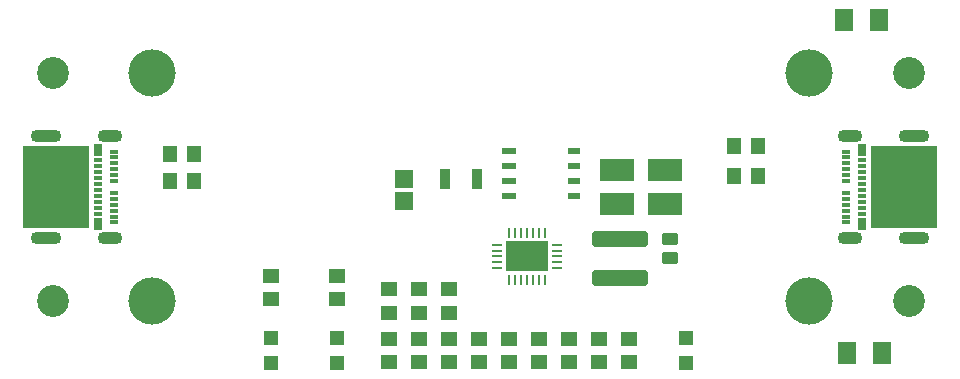
<source format=gbr>
%TF.GenerationSoftware,Altium Limited,CircuitMaker,2.0.2 (2.0.2.40)*%
G04 Layer_Color=25308*
%FSLAX25Y25*%
%MOIN*%
%TF.SameCoordinates,4CCF3E00-E941-4990-BDAE-273065C54DFB*%
%TF.FilePolarity,Positive*%
%TF.FileFunction,Pads,Top*%
%TF.Part,Single*%
G01*
G75*
%TA.AperFunction,SMDPad,CuDef*%
%ADD10R,0.06102X0.05905*%
%ADD11O,0.00984X0.03347*%
%ADD12O,0.03347X0.00984*%
%ADD13R,0.14370X0.10433*%
%ADD14R,0.05709X0.04724*%
G04:AMPARAMS|DCode=15|XSize=51.18mil|YSize=185.04mil|CornerRadius=5.12mil|HoleSize=0mil|Usage=FLASHONLY|Rotation=90.000|XOffset=0mil|YOffset=0mil|HoleType=Round|Shape=RoundedRectangle|*
%AMROUNDEDRECTD15*
21,1,0.05118,0.17480,0,0,90.0*
21,1,0.04095,0.18504,0,0,90.0*
1,1,0.01024,0.08740,0.02047*
1,1,0.01024,0.08740,-0.02047*
1,1,0.01024,-0.08740,-0.02047*
1,1,0.01024,-0.08740,0.02047*
%
%ADD15ROUNDEDRECTD15*%
%ADD16R,0.11811X0.07283*%
%ADD17R,0.04724X0.04724*%
%ADD18R,0.03740X0.06693*%
%ADD19R,0.04000X0.02400*%
%ADD20R,0.05000X0.02400*%
G04:AMPARAMS|DCode=21|XSize=55.12mil|YSize=39.37mil|CornerRadius=3.94mil|HoleSize=0mil|Usage=FLASHONLY|Rotation=180.000|XOffset=0mil|YOffset=0mil|HoleType=Round|Shape=RoundedRectangle|*
%AMROUNDEDRECTD21*
21,1,0.05512,0.03150,0,0,180.0*
21,1,0.04724,0.03937,0,0,180.0*
1,1,0.00787,-0.02362,0.01575*
1,1,0.00787,0.02362,0.01575*
1,1,0.00787,0.02362,-0.01575*
1,1,0.00787,-0.02362,-0.01575*
%
%ADD21ROUNDEDRECTD21*%
%ADD22R,0.05905X0.07480*%
%TA.AperFunction,ConnectorPad*%
%ADD23R,0.22244X0.27559*%
%ADD24R,0.02992X0.01181*%
%ADD25R,0.02756X0.01181*%
%ADD26R,0.02756X0.03937*%
%TA.AperFunction,SMDPad,CuDef*%
%ADD27R,0.04724X0.05709*%
%TA.AperFunction,ComponentPad*%
%ADD42C,0.15748*%
%ADD43C,0.10630*%
%ADD44O,0.10236X0.04331*%
%ADD45O,0.08268X0.04331*%
D10*
X227500Y181543D02*
D03*
Y174457D02*
D03*
D11*
X274406Y163807D02*
D03*
X272437D02*
D03*
X270468D02*
D03*
X268500D02*
D03*
X266531D02*
D03*
X264563D02*
D03*
X262595D02*
D03*
Y147862D02*
D03*
X264563D02*
D03*
X266531D02*
D03*
X268500D02*
D03*
X270468D02*
D03*
X272437D02*
D03*
X274406D02*
D03*
D12*
X258559Y159772D02*
D03*
Y157803D02*
D03*
Y155835D02*
D03*
Y153866D02*
D03*
Y151898D02*
D03*
X278441D02*
D03*
Y153866D02*
D03*
Y155835D02*
D03*
Y157803D02*
D03*
Y159772D02*
D03*
D13*
X268500Y155835D02*
D03*
D14*
X222500Y128437D02*
D03*
Y120563D02*
D03*
X232500Y128437D02*
D03*
Y120563D02*
D03*
X242500Y128437D02*
D03*
Y120563D02*
D03*
Y144937D02*
D03*
Y137063D02*
D03*
X232500Y144937D02*
D03*
Y137063D02*
D03*
X222500Y144937D02*
D03*
Y137063D02*
D03*
X205000Y149437D02*
D03*
Y141563D02*
D03*
X183000Y149437D02*
D03*
Y141563D02*
D03*
X302500Y128437D02*
D03*
Y120563D02*
D03*
X252500D02*
D03*
Y128437D02*
D03*
X262500Y120563D02*
D03*
Y128437D02*
D03*
X282500D02*
D03*
Y120563D02*
D03*
X272500D02*
D03*
Y128437D02*
D03*
X292500Y120563D02*
D03*
Y128437D02*
D03*
D15*
X299500Y148504D02*
D03*
Y161496D02*
D03*
D16*
X298500Y184610D02*
D03*
Y173390D02*
D03*
X314500Y184610D02*
D03*
Y173390D02*
D03*
D17*
X205000Y120366D02*
D03*
Y128634D02*
D03*
X183000Y120366D02*
D03*
Y128634D02*
D03*
X321500Y120366D02*
D03*
Y128634D02*
D03*
D18*
X241087Y181500D02*
D03*
X251913D02*
D03*
D19*
X284000Y191000D02*
D03*
Y186000D02*
D03*
Y181000D02*
D03*
Y176000D02*
D03*
D20*
X262500D02*
D03*
Y181000D02*
D03*
Y186000D02*
D03*
Y191000D02*
D03*
D21*
X316000Y155350D02*
D03*
Y161650D02*
D03*
D22*
X375095Y123500D02*
D03*
X386906D02*
D03*
X374095Y234500D02*
D03*
X385906D02*
D03*
D23*
X393992Y179000D02*
D03*
X111508Y179000D02*
D03*
D24*
X374701Y167189D02*
D03*
Y169158D02*
D03*
Y171126D02*
D03*
Y173094D02*
D03*
Y175063D02*
D03*
Y177032D02*
D03*
Y180968D02*
D03*
Y182937D02*
D03*
Y184906D02*
D03*
Y186874D02*
D03*
Y188842D02*
D03*
Y190811D02*
D03*
X130799Y190811D02*
D03*
Y188842D02*
D03*
Y186874D02*
D03*
Y184906D02*
D03*
Y182937D02*
D03*
Y180968D02*
D03*
Y177032D02*
D03*
Y175063D02*
D03*
Y173094D02*
D03*
Y171126D02*
D03*
Y169158D02*
D03*
Y167189D02*
D03*
D25*
X380213Y178016D02*
D03*
Y179984D02*
D03*
Y181953D02*
D03*
Y183921D02*
D03*
Y176047D02*
D03*
Y174079D02*
D03*
Y170142D02*
D03*
Y172110D02*
D03*
Y185890D02*
D03*
Y187858D02*
D03*
X125287Y179984D02*
D03*
Y178016D02*
D03*
Y176047D02*
D03*
Y174079D02*
D03*
Y181953D02*
D03*
Y183921D02*
D03*
Y187858D02*
D03*
Y185890D02*
D03*
Y172110D02*
D03*
Y170142D02*
D03*
D26*
X380213Y166795D02*
D03*
Y191205D02*
D03*
X125287Y191205D02*
D03*
Y166795D02*
D03*
D27*
X345437Y182500D02*
D03*
X337563D02*
D03*
X345437Y192500D02*
D03*
X337563D02*
D03*
X157437Y181000D02*
D03*
X149563D02*
D03*
X157437Y190000D02*
D03*
X149563D02*
D03*
D42*
X143512Y141008D02*
D03*
Y216992D02*
D03*
X362488Y141008D02*
D03*
Y216992D02*
D03*
D43*
X395717Y141008D02*
D03*
X110284D02*
D03*
Y216992D02*
D03*
X395717D02*
D03*
D44*
X397299Y196008D02*
D03*
Y161992D02*
D03*
X108201Y161992D02*
D03*
Y196008D02*
D03*
D45*
X376197Y196008D02*
D03*
Y161992D02*
D03*
X129303Y161992D02*
D03*
Y196008D02*
D03*
%TF.MD5,ba94e02648d5cac00c1881fbc705f423*%
M02*

</source>
